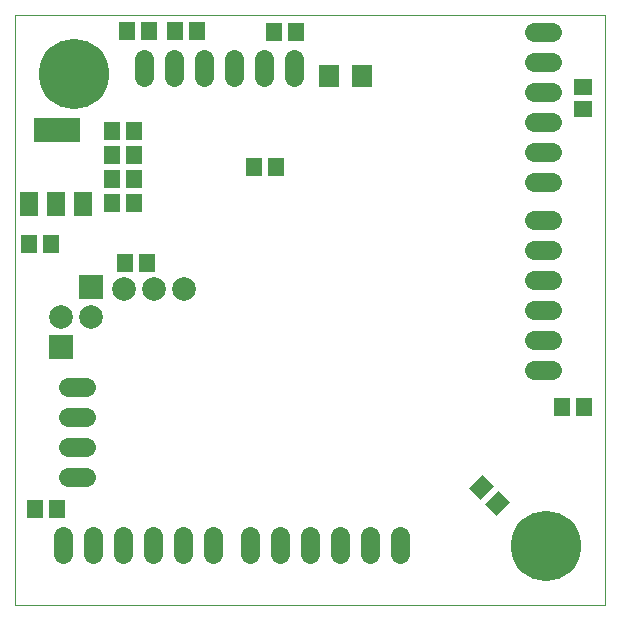
<source format=gbs>
G75*
%MOIN*%
%OFA0B0*%
%FSLAX25Y25*%
%IPPOS*%
%LPD*%
%AMOC8*
5,1,8,0,0,1.08239X$1,22.5*
%
%ADD10C,0.00000*%
%ADD11R,0.06699X0.07498*%
%ADD12C,0.06400*%
%ADD13R,0.05518X0.06306*%
%ADD14R,0.06306X0.05518*%
%ADD15C,0.23400*%
%ADD16C,0.07900*%
%ADD17R,0.07900X0.07900*%
%ADD18R,0.06300X0.08300*%
%ADD19R,0.15400X0.08300*%
D10*
X0034331Y0035000D02*
X0034331Y0231850D01*
X0231181Y0231850D01*
X0231181Y0035000D01*
X0034331Y0035000D01*
D11*
X0139000Y0211484D03*
X0150197Y0211484D03*
D12*
X0127331Y0211000D02*
X0127331Y0217000D01*
X0117331Y0217000D02*
X0117331Y0211000D01*
X0107331Y0211000D02*
X0107331Y0217000D01*
X0097331Y0217000D02*
X0097331Y0211000D01*
X0087331Y0211000D02*
X0087331Y0217000D01*
X0077331Y0217000D02*
X0077331Y0211000D01*
X0058000Y0107728D02*
X0052000Y0107728D01*
X0052000Y0097728D02*
X0058000Y0097728D01*
X0058000Y0087728D02*
X0052000Y0087728D01*
X0052000Y0077728D02*
X0058000Y0077728D01*
X0060331Y0058000D02*
X0060331Y0052000D01*
X0050331Y0052000D02*
X0050331Y0058000D01*
X0070331Y0058000D02*
X0070331Y0052000D01*
X0080331Y0052000D02*
X0080331Y0058000D01*
X0090331Y0058000D02*
X0090331Y0052000D01*
X0100331Y0052000D02*
X0100331Y0058000D01*
X0112831Y0058000D02*
X0112831Y0052000D01*
X0122831Y0052000D02*
X0122831Y0058000D01*
X0132831Y0058000D02*
X0132831Y0052000D01*
X0142831Y0052000D02*
X0142831Y0058000D01*
X0152831Y0058000D02*
X0152831Y0052000D01*
X0162831Y0052000D02*
X0162831Y0058000D01*
X0207331Y0113500D02*
X0213331Y0113500D01*
X0213331Y0123500D02*
X0207331Y0123500D01*
X0207331Y0133500D02*
X0213331Y0133500D01*
X0213331Y0143500D02*
X0207331Y0143500D01*
X0207331Y0153500D02*
X0213331Y0153500D01*
X0213331Y0163500D02*
X0207331Y0163500D01*
X0207331Y0176000D02*
X0213331Y0176000D01*
X0213331Y0186000D02*
X0207331Y0186000D01*
X0207331Y0196000D02*
X0213331Y0196000D01*
X0213331Y0206000D02*
X0207331Y0206000D01*
X0207331Y0216000D02*
X0213331Y0216000D01*
X0213331Y0226000D02*
X0207331Y0226000D01*
D13*
X0128071Y0226000D03*
X0120591Y0226000D03*
X0095071Y0226500D03*
X0087591Y0226500D03*
X0079071Y0226500D03*
X0071591Y0226500D03*
X0074071Y0193000D03*
X0066591Y0193000D03*
X0066591Y0185000D03*
X0074071Y0185000D03*
X0074071Y0177000D03*
X0066591Y0177000D03*
X0066591Y0169000D03*
X0074071Y0169000D03*
X0071091Y0149000D03*
X0078571Y0149000D03*
X0046571Y0155500D03*
X0039091Y0155500D03*
X0114091Y0181000D03*
X0121571Y0181000D03*
X0216591Y0101000D03*
X0224071Y0101000D03*
G36*
X0195546Y0073207D02*
X0199448Y0069305D01*
X0194990Y0064847D01*
X0191088Y0068749D01*
X0195546Y0073207D01*
G37*
G36*
X0190257Y0078496D02*
X0194159Y0074594D01*
X0189701Y0070136D01*
X0185799Y0074038D01*
X0190257Y0078496D01*
G37*
X0048571Y0067000D03*
X0041091Y0067000D03*
D14*
X0223831Y0200260D03*
X0223831Y0207740D03*
D15*
X0211496Y0054685D03*
X0054016Y0212165D03*
D16*
X0070831Y0140500D03*
X0080831Y0140500D03*
X0090831Y0140500D03*
X0059831Y0131000D03*
X0049831Y0131000D03*
D17*
X0049831Y0121000D03*
X0059831Y0141000D03*
D18*
X0057231Y0168600D03*
X0048231Y0168600D03*
X0039231Y0168600D03*
D19*
X0048331Y0193400D03*
M02*

</source>
